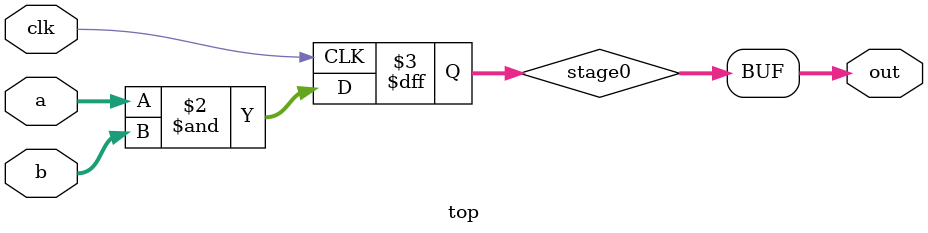
<source format=sv>

(* use_dsp = "yes" *) module top(
	input signed [53:0] a,
	input signed [53:0] b,
	output [53:0] out,
	input clk);

	logic signed [53:0] stage0;

	always @(posedge clk) begin
	stage0 <= a & b;

	end

	assign out = stage0;
endmodule

// CHECK: module top(a, b, clk, out); 

</source>
